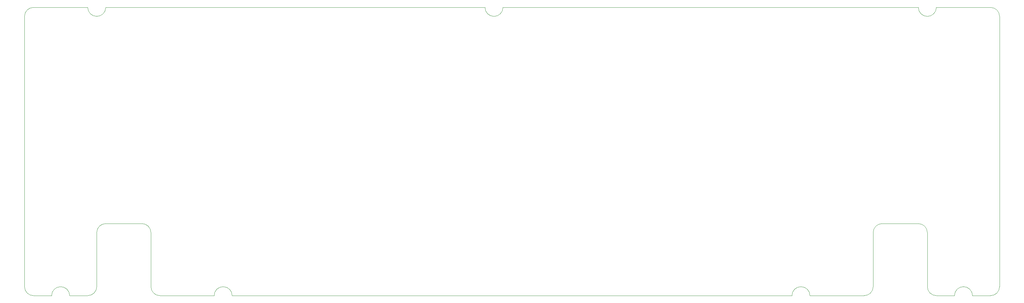
<source format=gbr>
%TF.GenerationSoftware,KiCad,Pcbnew,(7.0.0)*%
%TF.CreationDate,2024-01-19T21:42:39+01:00*%
%TF.ProjectId,ampersand,616d7065-7273-4616-9e64-2e6b69636164,rev?*%
%TF.SameCoordinates,Original*%
%TF.FileFunction,Profile,NP*%
%FSLAX46Y46*%
G04 Gerber Fmt 4.6, Leading zero omitted, Abs format (unit mm)*
G04 Created by KiCad (PCBNEW (7.0.0)) date 2024-01-19 21:42:39*
%MOMM*%
%LPD*%
G01*
G04 APERTURE LIST*
%TA.AperFunction,Profile*%
%ADD10C,0.070555*%
%TD*%
G04 APERTURE END LIST*
D10*
X257969752Y-100806603D02*
X262733976Y-100806604D01*
X274637350Y-26986242D02*
G75*
G03*
X272257330Y-24606250I-2379050J942D01*
G01*
X138906724Y-24606250D02*
G75*
G03*
X143667556Y-24606249I2380416J-350D01*
G01*
X17461840Y-98426610D02*
X17461151Y-26986242D01*
X50799497Y-98425354D02*
G75*
G03*
X53181338Y-100806603I2382203J954D01*
G01*
X50799496Y-98425354D02*
X50800659Y-84136501D01*
X19841144Y-24604400D02*
X34131250Y-24606250D01*
X267494824Y-100806603D02*
G75*
G03*
X262733976Y-100806604I-2380424J303D01*
G01*
X272257330Y-100805923D02*
G75*
G03*
X274637323Y-98424070I-930J2380923D01*
G01*
X253207325Y-24606250D02*
G75*
G03*
X257968075Y-24606249I2380375J-350D01*
G01*
X255587897Y-98426610D02*
G75*
G03*
X257969752Y-100806603I2380903J910D01*
G01*
X38891236Y-81754653D02*
G75*
G03*
X36511243Y-84136502I924J-2380917D01*
G01*
X24607899Y-100806604D02*
X19843682Y-100806910D01*
X19841144Y-24604401D02*
G75*
G03*
X17461151Y-26986242I916J-2380909D01*
G01*
X255589089Y-84136502D02*
X255587910Y-98426610D01*
X34131242Y-24606250D02*
G75*
G03*
X38892078Y-24606249I2380418J-350D01*
G01*
X38892078Y-24606249D02*
X138906728Y-24606250D01*
X241299662Y-84136502D02*
X241299662Y-98424761D01*
X34131251Y-100805910D02*
G75*
G03*
X36512500Y-98424070I-921J2382170D01*
G01*
X274637323Y-98424070D02*
X274637324Y-26986242D01*
X224632112Y-100806603D02*
X238919669Y-100806603D01*
X72231421Y-100806603D02*
G75*
G03*
X67470599Y-100806604I-2380411J353D01*
G01*
X36511243Y-84136502D02*
X36512500Y-98424070D01*
X67470599Y-100806604D02*
X53181338Y-100806603D01*
X243679655Y-81754662D02*
G75*
G03*
X241299662Y-84136502I945J-2380938D01*
G01*
X143667556Y-24606249D02*
X253207247Y-24606250D01*
X257968075Y-24606249D02*
X272257330Y-24606250D01*
X255589091Y-84136502D02*
G75*
G03*
X253207247Y-81756509I-2380891J-898D01*
G01*
X243679655Y-81754660D02*
X253207247Y-81756509D01*
X238919669Y-100806662D02*
G75*
G03*
X241299662Y-98424761I-969J2380962D01*
G01*
X224632116Y-100806603D02*
G75*
G03*
X219871284Y-100806604I-2380416J303D01*
G01*
X267494804Y-100806603D02*
X272257330Y-100805912D01*
X50800592Y-84136501D02*
G75*
G03*
X48418817Y-81756508I-2380892J-899D01*
G01*
X219871284Y-100806604D02*
X72231427Y-100806603D01*
X48418817Y-81756508D02*
X38891236Y-81754660D01*
X29368721Y-100806603D02*
G75*
G03*
X24607899Y-100806604I-2380411J353D01*
G01*
X17461841Y-98426610D02*
G75*
G03*
X19843682Y-100806910I2381909J1610D01*
G01*
X29368727Y-100806603D02*
X34131251Y-100805912D01*
M02*

</source>
